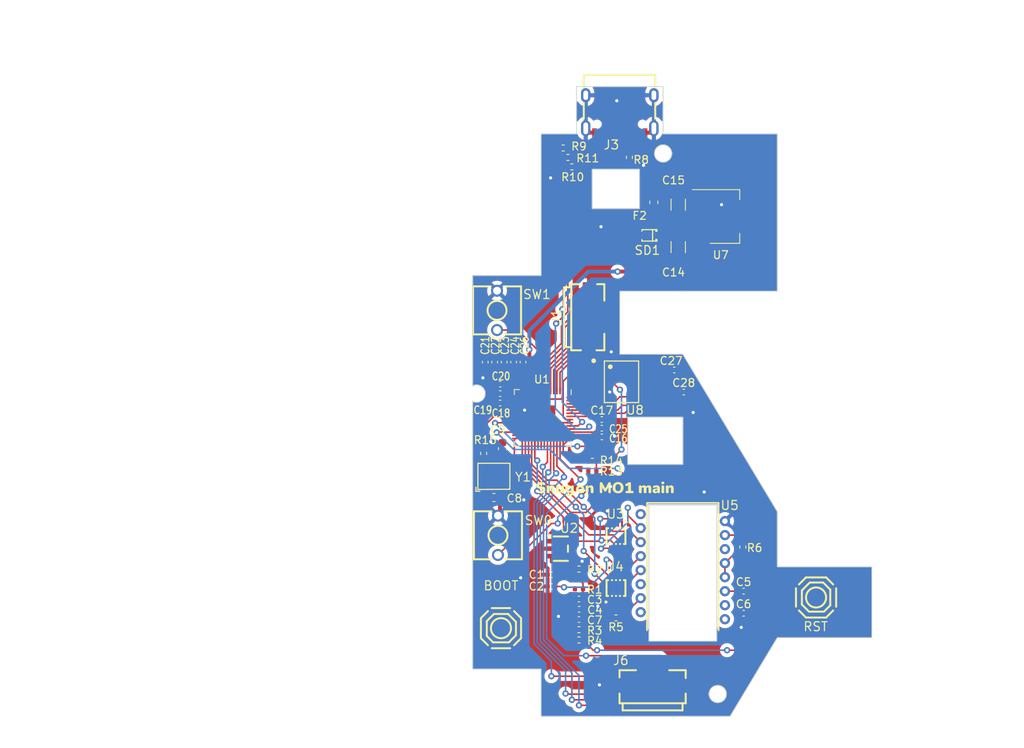
<source format=kicad_pcb>
(kicad_pcb (version 20221018) (generator pcbnew)
  (layers (0 "F.Cu" signal) (31 "B.Cu" signal) (34 "B.Paste" user) (35 "F.Paste" user) (36 "B.SilkS" user "B.Silkscreen") (37 "F.SilkS" user "F.Silkscreen") (38 "B.Mask" user) (39 "F.Mask" user) (44 "Edge.Cuts" user))
  (net 0 "")
  (net 1 "GND")
  (net 2 "RE0B")
  (net 3 "RE0A")
  (net 4 "NCS")
  (net 5 "MOSI")
  (net 6 "MISO")
  (net 7 "SCLK")
  (net 8 "RESET")
  (net 9 "Net-(U2-FB)")
  (net 10 "Net-(U2-OUT)")
  (net 11 "NCS1.9V")
  (net 12 "SCLK1.9V")
  (net 13 "MISO1.9V")
  (net 14 "MOSI1.9V")
  (net 15 "Net-(U5-VDDPIX)")
  (net 16 "Net-(U5-~{RESET})")
  (net 18 "Net-(U5-LED_P)")
  (net 19 "SW8")
  (net 20 "SW6")
  (net 21 "SW5")
  (net 22 "SW7")
  (net 23 "SW4")
  (net 24 "SW3")
  (net 25 "SW2")
  (net 26 "SW1")
  (net 27 "SW0")
  (net 28 "SW9")
  (net 29 "SW10")
  (net 30 "SW11")
  (net 31 "D-")
  (net 32 "D+")
  (net 33 "Net-(J3-CC1)")
  (net 34 "Net-(J3-CC2)")
  (net 35 "VBUS")
  (net 36 "Net-(C9-Pad1)")
  (net 37 "Net-(U1-XOUT)")
  (net 39 "Net-(J3-D--Pad5)")
  (net 40 "Net-(J3-D+-Pad6)")
  (net 44 "+3V3")
  (net 45 "QSPI_SS")
  (net 46 "USB_BOOT")
  (net 47 "+5V")
  (net 50 "Net-(U1-XIN)")
  (net 51 "+1V1")
  (net 58 "QSPI_SD3")
  (net 59 "QSPI_SCLK")
  (net 60 "QSPI_SD0")
  (net 61 "QSPI_SD2")
  (net 62 "QSPI_SD1")
  (net 63 "Net-(SD1-A)")
  (footprint "Resistor_SMD:R_0402_1005Metric" (layer "F.Cu") (at 111.4 103.6 90)
    (fp_text reference "R15")
    (fp_text value "1k")
  )
  (footprint "Capacitor_SMD:C_0603_1608Metric" (layer "F.Cu") (at 113.8 103 90)
    (fp_text reference "C9")
    (fp_text value "30pF")
  )
  (footprint "0:FFCｺﾈｸﾀ_FPC-SMD_P0.50-8P_FGS-XJ-H2.0" (layer "F.Cu") (at 132.85 131.74 180)
    (fp_text reference "J6")
    (fp_text value "Conn_01x8_Pin + 2" hide)
  )
  (footprint "0:TPS73601DBVR C59200" (layer "F.Cu") (at 121.2 115.7 180)
    (fp_text reference "U2")
    (fp_text value "TPS73601DBV" hide)
  )
  (footprint "Capacitor_SMD:C_0402_1005Metric" (layer "F.Cu") (at 144.4 121.1)
    (fp_text reference "C5")
    (fp_text value "10uF")
  )
  (footprint "Capacitor_SMD:C_0402_1005Metric" (layer "F.Cu") (at 116.4 92 90)
    (fp_text reference "C26")
    (fp_text value "2.2uF")
  )
  (footprint "Logos:Snugon MO1 main" (layer "F.Cu") (at 126.81141 108.3725)
    (fp_text reference "G***" hide)
    (fp_text value "LOGO" hide)
  )
  (footprint "0:SW-SMD_4P-L5.1-W5.1-P3.70-LS6.5-TL-2" (layer "F.Cu") (at 113.6 125.8 90)
    (fp_text reference "BOOT")
    (fp_text value "BOOT" hide)
  )
  (footprint "Capacitor_SMD:C_0603_1608Metric" (layer "F.Cu") (at 112.7 109.2)
    (fp_text reference "C8")
    (fp_text value "30pF")
  )
  (footprint "Resistor_SMD:R_0402_1005Metric" (layer "F.Cu") (at 123.5 127.3 180)
    (fp_text reference "R4")
    (fp_text value "10k")
  )
  (footprint "Capacitor_SMD:C_0402_1005Metric" (layer "F.Cu") (at 111.6 92 90)
    (fp_text reference "C21")
    (fp_text value "100nF")
  )
  (footprint "Package_TO_SOT_SMD:SOT-223" (layer "F.Cu") (at 142 73.5)
    (fp_text reference "U7")
    (fp_text value "NCP1117-3.3_SOT223")
  )
  (footprint "Resistor_SMD:R_0402_1005Metric" (layer "F.Cu") (at 122.1 66)
    (fp_text reference "R11")
    (fp_text value "27")
  )
  (footprint "Capacitor_SMD:C_0402_1005Metric" (layer "F.Cu") (at 113.5 97.2 180)
    (fp_text reference "C18")
    (fp_text value "100nF")
  )
  (footprint "Capacitor_SMD:C_0402_1005Metric" (layer "F.Cu") (at 114 92 90)
    (fp_text reference "C23")
    (fp_text value "100nF")
  )
  (footprint "Capacitor_SMD:C_0402_1005Metric" (layer "F.Cu") (at 123.5 122.1 180)
    (fp_text reference "C3")
    (fp_text value "100nF")
  )
  (footprint "Resistor_SMD:R_0402_1005Metric" (layer "F.Cu") (at 121.5 64.8)
    (fp_text reference "R9")
    (fp_text value "5.1k")
  )
  (footprint "Resistor_SMD:R_0402_1005Metric" (layer "F.Cu") (at 123.5 118.3)
    (fp_text reference "R2")
    (fp_text value "63.4k")
  )
  (footprint "PMW3360DM-T2QU:PMW3360" (layer "F.Cu") (at 136.683 117.985 180)
    (fp_text reference "U5")
    (fp_text value "PMW3360DM-T2QU" hide)
    (fp_line (start -4.445 -7.9375) (end 4.445 -7.9375) (stroke (width 0.01)) (layer "Edge.Cuts"))
    (fp_line (start -4.445 7.9375) (end -4.445 -7.9375) (stroke (width 0.01)) (layer "Edge.Cuts"))
    (fp_line (start 4.445 -7.9375) (end 4.445 7.9375) (stroke (width 0.01)) (layer "Edge.Cuts"))
    (fp_line (start 4.445 7.9375) (end -4.445 7.9375) (stroke (width 0.01)) (layer "Edge.Cuts"))
  )
  (footprint "Resistor_SMD:R_0402_1005Metric" (layer "F.Cu") (at 128.2 124.5 180)
    (fp_text reference "R5")
    (fp_text value "39")
  )
  (footprint "Capacitor_SMD:C_0402_1005Metric" (layer "F.Cu") (at 126.4 99.3)
    (fp_text reference "C17")
    (fp_text value "100nF")
  )
  (footprint "Resistor_SMD:R_0402_1005Metric" (layer "F.Cu") (at 125.2 104.6)
    (fp_text reference "R14")
    (fp_text value "10k")
  )
  (footprint "Capacitor_SMD:C_0402_1005Metric" (layer "F.Cu") (at 115.2 92 90)
    (fp_text reference "C24")
    (fp_text value "100nF")
  )
  (footprint "Capacitor_SMD:C_0402_1005Metric" (layer "F.Cu") (at 126.4 101.5)
    (fp_text reference "C25")
    (fp_text value "2.2uF")
  )
  (footprint "Resistor_SMD:R_0402_1005Metric" (layer "F.Cu") (at 144.3 115.5 90)
    (fp_text reference "R6")
    (fp_text value "10k")
  )
  (footprint "Resistor_SMD:R_0402_1005Metric" (layer "F.Cu") (at 122.6 67.2)
    (fp_text reference "R10")
    (fp_text value "27")
  )
  (footprint "Capacitor_SMD:C_0402_1005Metric" (layer "F.Cu") (at 123.5 124.7 180)
    (fp_text reference "C7")
    (fp_text value "100nF")
  )
  (footprint "Capacitor_SMD:C_1206_3216Metric" (layer "F.Cu") (at 136.1 77.4 -90)
    (fp_text reference "C14")
    (fp_text value "10uF")
  )
  (footprint "Capacitor_SMD:C_0402_1005Metric" (layer "F.Cu") (at 126.4 100.4)
    (fp_text reference "C16")
    (fp_text value "100nF")
  )
  (footprint "0:SW-TH_L6.2-W6.2-P5.00" (layer "F.Cu") (at 113.217 114 -90)
    (fp_text reference "SW0")
    (fp_text value "SW_PUSH" hide)
  )
  (footprint "Resistor_SMD:R_0402_1005Metric" (layer "F.Cu") (at 125.2 105.8)
    (fp_text reference "R13")
    (fp_text value "1k")
  )
  (footprint "0:TXS0102DCUR C53434" (layer "F.Cu") (at 128.2 114.1 180)
    (fp_text reference "U3")
    (fp_text value "TXS0102DCU" hide)
  )
  (footprint "Capacitor_SMD:C_1206_3216Metric" (layer "F.Cu") (at 136.1 72 90)
    (fp_text reference "C15")
    (fp_text value "10uF")
  )
  (footprint "Capacitor_SMD:C_0402_1005Metric" (layer "F.Cu") (at 135.6 93)
    (fp_text reference "C27")
    (fp_text value "100nF")
  )
  (footprint "Capacitor_SMD:C_0402_1005Metric" (layer "F.Cu") (at 123.52 123.4 180)
    (fp_text reference "C4")
    (fp_text value "10uF")
  )
  (footprint "0:X322512MSB4SI_C9002" (layer "F.Cu") (at 112.7 106.5)
    (fp_text reference "Y1" hide)
    (fp_text value "Y1")
  )
  (footprint "Capacitor_SMD:C_0402_1005Metric" (layer "F.Cu") (at 120 119 180)
    (fp_text reference "C1")
    (fp_text value "10uF")
  )
  (footprint "Fuse:Fuse_0603_1608Metric" (layer "F.Cu") (at 133 71.7 -90)
    (fp_text reference "F2")
    (fp_text value "Fuse")
  )
  (footprint "Resistor_SMD:R_0402_1005Metric" (layer "F.Cu") (at 129.9 66 90)
    (fp_text reference "R8")
    (fp_text value "5.1k")
  )
  (footprint "Capacitor_SMD:C_0402_1005Metric" (layer "F.Cu") (at 113.5 96 180)
    (fp_text reference "C19")
    (fp_text value "100nF")
  )
  (footprint "0:USB-C-SMD_TYPE-C-6PIN-2MD-073" (layer "F.Cu") (at 128.683 60.475 180)
    (fp_text reference "J3")
    (fp_text value "USB_C_Receptacle_USB2.0" hide)
  )
  (footprint "Capacitor_SMD:C_0402_1005Metric" (layer "F.Cu") (at 113.5 94.8 180)
    (fp_text reference "C20")
    (fp_text value "100nF")
  )
  (footprint "0:SW-TH_L6.2-W6.2-P5.00" (layer "F.Cu") (at 113.1 85.428 -90)
    (fp_text reference "SW1")
    (fp_text value "SW_PUSH" hide)
  )
  (footprint "Capacitor_SMD:C_0402_1005Metric" (layer "F.Cu") (at 112.8 92 90)
    (fp_text reference "C22")
    (fp_text value "100nF")
  )
  (footprint "0:SW-SMD_4P-L5.1-W5.1-P3.70-LS6.5-TL-2" (layer "F.Cu") (at 153.6 121.9 180)
    (fp_text reference "RST")
    (fp_text value "RESET" hide)
  )
  (footprint "Package_DFN_QFN:QFN-56-1EP_7x7mm_P0.4mm_EP3.2x3.2mm" (layer "F.Cu") (at 118.9 99.1 -90)
    (fp_text reference "U1")
    (fp_text value "RP2040")
  )
  (footprint "Capacitor_SMD:C_0402_1005Metric" (layer "F.Cu") (at 144.4 123.9)
    (fp_text reference "C6")
    (fp_text value "100nF")
  )
  (footprint "Capacitor_SMD:C_0402_1005Metric" (layer "F.Cu") (at 120 120.5 180)
    (fp_text reference "C2")
    (fp_text value "100nF")
  )
  (footprint "Capacitor_SMD:C_0402_1005Metric" (layer "F.Cu") (at 136.8 95.8)
    (fp_text reference "C28")
    (fp_text value "2.2uF")
  )
  (footprint "0:1N5819WS_C191023" (layer "F.Cu") (at 132.4 75.9 180)
    (fp_text reference "SD1" hide)
    (fp_text value "SD1")
  )
  (footprint "Resistor_SMD:R_0402_1005Metric" (layer "F.Cu") (at 123.5 126 180)
    (fp_text reference "R3")
    (fp_text value "10k")
  )
  (footprint "0:W25Q128JVSIQ_C97521" (layer "F.Cu") (at 128.9 94.5 -90)
    (fp_text reference "U8" hide)
    (fp_text value "U8")
  )
  (footprint "0:FFCｺﾈｸﾀ_FPC-SMD_P0.50-8P_FGS-XJ-H2.0" (layer "F.Cu") (at 126.1185 86.3 90)
    (fp_text reference "J1")
    (fp_text value "Conn_01x8_Pin + 2" hide)
  )
  (footprint "0:TXS0102DCUR C53434" (layer "F.Cu") (at 128.2 120.7)
    (fp_text reference "U4")
    (fp_text value "TXS0102DCU" hide)
  )
  (footprint "Resistor_SMD:R_0402_1005Metric" (layer "F.Cu") (at 123.5 120.8 180)
    (fp_text reference "R1")
    (fp_text value "37.4k")
  )
  (gr_line (start 123.183 57) (end 134.183 57) (stroke (width 0.1)) (layer "Edge.Cuts"))
  (gr_line (start 125.183 72.5) (end 125.183 67.5) (stroke (width 0.1)) (layer "Edge.Cuts"))
  (gr_line (start 128.683 91) (end 136.683 91) (stroke (width 0.1)) (layer "Edge.Cuts"))
  (gr_line (start 131.183 67.5) (end 131.183 72.5) (stroke (width 0.1)) (layer "Edge.Cuts"))
  (gr_line (start 148.683 118) (end 160.683 118) (stroke (width 0.1)) (layer "Edge.Cuts"))
  (gr_line (start 136.683 83) (end 128.683 83) (stroke (width 0.1)) (layer "Edge.Cuts"))
  (gr_arc (start 110 95.020001) (mid 111.600181 96) (end 110 96.979999) (stroke (width 0.1)) (layer "Edge.Cuts"))
  (gr_line (start 125.183 72.5) (end 131.183 72.5) (stroke (width 0.1)) (layer "Edge.Cuts"))
  (gr_line (start 123.183 63) (end 123.183 57) (stroke (width 0.1)) (layer "Edge.Cuts"))
  (gr_line (start 110 81) (end 110 95.02) (stroke (width 0.1)) (layer "Edge.Cuts"))
  (gr_line (start 118.683 137) (end 118.683 131) (stroke (width 0.1)) (layer "Edge.Cuts"))
  (gr_line (start 129.683 99) (end 136.683 99) (stroke (width 0.1)) (layer "Edge.Cuts"))
  (gr_line (start 132.383 127.44) (end 132.383 110.18) (stroke (width 0.1)) (layer "Edge.Cuts"))
  (gr_line (start 110 119) (end 110 131) (stroke (width 0.1)) (layer "Edge.Cuts"))
  (gr_line (start 148.683 127) (end 160.683 127) (stroke (width 0.1)) (layer "Edge.Cuts"))
  (gr_circle (center 134.183 65.5) (end 135.283 65.5) (stroke (width 0.1)) (fill none) (layer "Edge.Cuts"))
  (gr_line (start 148.683 63) (end 148.683 83) (stroke (width 0.1)) (layer "Edge.Cuts"))
  (gr_line (start 148.683 127) (end 142.683 137) (stroke (width 0.1)) (layer "Edge.Cuts"))
  (gr_line (start 136.683 83) (end 148.683 83) (stroke (width 0.1)) (layer "Edge.Cuts"))
  (gr_line (start 136.683 91) (end 148.683 111) (stroke (width 0.1)) (layer "Edge.Cuts"))
  (gr_line (start 140.983 110.18) (end 140.983 127.44) (stroke (width 0.1)) (layer "Edge.Cuts"))
  (gr_circle (center 141.116 134.163) (end 142.216 134.163) (stroke (width 0.1)) (fill none) (layer "Edge.Cuts"))
  (gr_line (start 132.383 127.44) (end 140.983 127.44) (stroke (width 0.1)) (layer "Edge.Cuts"))
  (gr_line (start 118.683 81) (end 118.683 63) (stroke (width 0.1)) (layer "Edge.Cuts"))
  (gr_line (start 134.183 63) (end 136.683 63) (stroke (width 0.1)) (layer "Edge.Cuts"))
  (gr_line (start 148.683 111) (end 148.683 118) (stroke (width 0.1)) (layer "Edge.Cuts"))
  (gr_line (start 128.683 83) (end 128.683 91) (stroke (width 0.1)) (layer "Edge.Cuts"))
  (gr_line (start 136.683 105) (end 129.683 105) (stroke (width 0.1)) (layer "Edge.Cuts"))
  (gr_line (start 132.383 110.18) (end 140.983 110.18) (stroke (width 0.1)) (layer "Edge.Cuts"))
  (gr_line (start 134.183 57) (end 134.183 63) (stroke (width 0.1)) (layer "Edge.Cuts"))
  (gr_line (start 110 131) (end 118.683 131) (stroke (width 0.1)) (layer "Edge.Cuts"))
  (gr_line (start 118.683 137) (end 142.683 137) (stroke (width 0.1)) (layer "Edge.Cuts"))
  (gr_line (start 136.683 99) (end 136.683 105) (stroke (width 0.1)) (layer "Edge.Cuts"))
  (gr_line (start 110 81) (end 118.683 81) (stroke (width 0.1)) (layer "Edge.Cuts"))
  (gr_line (start 136.683 63) (end 148.683 63) (stroke (width 0.1)) (layer "Edge.Cuts"))
  (gr_line (start 110 119) (end 110 96.98) (stroke (width 0.1)) (layer "Edge.Cuts"))
  (gr_line (start 118.683 63) (end 123.183 63) (stroke (width 0.1)) (layer "Edge.Cuts"))
  (gr_line (start 160.683 118) (end 160.683 127) (stroke (width 0.1)) (layer "Edge.Cuts"))
  (gr_line (start 125.183 67.5) (end 131.183 67.5) (stroke (width 0.1)) (layer "Edge.Cuts"))
  (gr_line (start 129.683 105) (end 129.683 99) (stroke (width 0.1)) (layer "Edge.Cuts"))
  (segment (start 127.763 123) (end 125.9 123) (width 0.2) (layer "F.Cu") (net 1))
  (segment (start 129.4 133.08) (end 126.18 133.08) (width 0.5) (layer "F.Cu") (net 1))
  (segment (start 124.908 62.85) (end 124.358 62.3) (width 0.5) (layer "F.Cu") (net 1))
  (segment (start 128.454 112.55) (end 128.454 111.925314) (width 0.2) (layer "F.Cu") (net 1))
  (segment (start 127.946 122.25) (end 127.946 122.817) (width 0.2) (layer "F.Cu") (net 1))
  (segment (start 125.483 62.85) (end 124.908 62.85) (width 0.5) (layer "F.Cu") (net 1))
  (segment (start 113.8 108.875) (end 113.475 109.2) (width 0.5) (layer "F.Cu") (net 1))
  (segment (start 127.946 122.817) (end 127.763 123) (width 0.2) (layer "F.Cu") (net 1))
  (segment (start 118.9 115.7) (end 116.1 118.5) (width 0.5) (layer "F.Cu") (net 1))
  (segment (start 112.425 102.225) (end 112.3 102.1) (width 0.2) (layer "F.Cu") (net 1))
  (segment (start 131.883 62.85) (end 132.458 62.85) (width 0.5) (layer "F.Cu") (net 1))
  (segment (start 113.8 102.225) (end 112.425 102.225) (width 0.2) (layer "F.Cu") (net 1))
  (segment (start 123.9 117.3) (end 123.9 118.19) (width 0.5) (layer "F.Cu") (net 1))
  (segment (start 113.8 107.375) (end 113.8 108.875) (width 0.5) (layer "F.Cu") (net 1))
  (segment (start 116.1 118.5) (end 116.1 119.4) (width 0.5) (layer "F.Cu") (net 1))
  (segment (start 113.575 107.375) (end 111.825 105.625) (width 0.5) (layer "F.Cu") (net 1))
  (segment (start 127.6 88.1915) (end 127.6 90.7) (width 0.5) (layer "F.Cu") (net 1))
  (segment (start 123.9 118.19) (end 124.01 118.3) (width 0.5) (layer "F.Cu") (net 1))
  (segment (start 113.8 107.375) (end 113.575 107.375) (width 0.5) (layer "F.Cu") (net 1))
  (segment (start 136.3 133.08) (end 134.702 131.482) (width 0.5) (layer "F.Cu") (net 1))
  (segment (start 116.4 91.52) (end 111.6 91.52) (width 0.5) (layer "F.Cu") (net 1))
  (segment (start 127.428686 110.9) (end 127.1 110.9) (width 0.2) (layer "F.Cu") (net 1))
  (segment (start 117.9 98.1) (end 116.6 98.1) (width 0.2) (layer "F.Cu") (net 1))
  (segment (start 126.795 96.405) (end 127.4 95.8) (width 0.5) (layer "F.Cu") (net 1))
  (segment (start 113.92 98.1) (end 113.02 97.2) (width 0.2) (layer "F.Cu") (net 1))
  (segment (start 115.4625 98.1) (end 113.92 98.1) (width 0.2) (layer "F.Cu") (net 1))
  (segment (start 132.458 62.85) (end 133.008 62.3) (width 0.5) (layer "F.Cu") (net 1))
  (segment (start 126.3765 88.152) (end 127.5605 88.152) (width 0.5) (layer "F.Cu") (net 1))
  (segment (start 126.18 133.08) (end 126.1 133) (width 0.5) (layer "F.Cu") (net 1))
  (segment (start 116.6 98.1) (end 115.4625 98.1) (width 0.2) (layer "F.Cu") (net 1))
  (segment (start 113.475 109.2) (end 113.475 111.242) (width 0.5) (layer "F.Cu") (net 1))
  (segment (start 111.825 105.625) (end 111.6 105.625) (width 0.5) (layer "F.Cu") (net 1))
  (segment (start 127.5605 88.152) (end 127.6 88.1915) (width 0.5) (layer "F.Cu") (net 1))
  (segment (start 128.454 111.925314) (end 127.428686 110.9) (width 0.2) (layer "F.Cu") (net 1))
  (segment (start 118.9 99.1) (end 117.9 98.1) (width 0.2) (layer "F.Cu") (net 1))
  (segment (start 134.702 131.482) (end 134.702 130.4) (width 0.5) (layer "F.Cu") (net 1))
  (segment (start 119.9 115.7) (end 118.9 115.7) (width 0.5) (layer "F.Cu") (net 1))
  (segment (start 113.475 111.242) (end 113.217 111.5) (width 0.5) (layer "F.Cu") (net 1))
  (segment (start 124.7785 89.75) (end 126.3765 88.152) (width 0.5) (layer "F.Cu") (net 1))
  (segment (start 125.37 96.405) (end 126.795 96.405) (width 0.5) (layer "F.Cu") (net 1))
  (via (at 116.1 119.4) (size 0.8) (drill 0.4) (layers "F.Cu" "B.Cu") (net 1))
  (via (at 119.9 68.6) (size 0.8) (drill 0.4) (layers "F.Cu" "B.Cu") (net 1))
  (via (at 120.9 124.3) (size 0.8) (drill 0.4) (layers "F.Cu" "B.Cu") (net 1))
  (via (at 144.1 125.7) (size 0.8) (drill 0.4) (layers "F.Cu" "B.Cu") (net 1))
  (via (at 123.9 117.3) (size 0.8) (drill 0.4) (layers "F.Cu" "B.Cu") (net 1))
  (via (at 128 101.4) (size 0.8) (drill 0.4) (layers "F.Cu" "B.Cu") (net 1))
  (via (at 128.3 58.8) (size 0.8) (drill 0.4) (layers "F.Cu" "B.Cu") (net 1))
  (via (at 126.3 74.8) (size 0.8) (drill 0.4) (layers "F.Cu" "B.Cu") (net 1))
  (via (at 127.1 110.9) (size 0.8) (drill 0.4) (layers "F.Cu" "B.Cu") (net 1))
  (via (at 111.3 94) (size 0.8) (drill 0.4) (layers "F.Cu" "B.Cu") (net 1))
  (via (at 138 98.4) (size 0.8) (drill 0.4) (layers "F.Cu" "B.Cu") (net 1))
  (via (at 112.3 102.1) (size 0.8) (drill 0.4) (layers "F.Cu" "B.Cu") (net 1))
  (via (at 139.4 108.5) (size 0.8) (drill 0.4) (layers "F.Cu" "B.Cu") (net 1))
  (via (at 125.9 123) (size 0.8) (drill 0.4) (layers "F.Cu" "B.Cu") (net 1))
  (via (at 127.6 90.7) (size 0.8) (drill 0.4) (layers "F.Cu" "B.Cu") (net 1))
  (via (at 126.1 133) (size 0.8) (drill 0.4) (layers "F.Cu" "B.Cu") (net 1))
  (via (at 131.7 67) (size 0.8) (drill 0.4) (layers "F.Cu" "B.Cu") (net 1))
  (via (at 116.6 98.1) (size 0.8) (drill 0.4) (layers "F.Cu" "B.Cu") (net 1))
  (via (at 127.4 95.8) (size 0.8) (drill 0.4) (layers "F.Cu" "B.Cu") (net 1))
  (via (at 127.5 107.8) (size 0.8) (drill 0.4) (layers "F.Cu" "B.Cu") (net 1))
  (via (at 116.5 109.5) (size 0.8) (drill 0.4) (layers "F.Cu" "B.Cu") (net 1))
  (via (at 141.6 72) (size 0.8) (drill 0.4) (layers "F.Cu" "B.Cu") (net 1))
  (segment (start 127.4 95.8) (end 127.4 90.9) (width 0.5) (layer "B.Cu") (net 1))
  (segment (start 127.4 95.8) (end 128 96.4) (width 0.5) (layer "B.Cu") (net 1))
  (segment (start 127.6 90.7) (end 127.5 90.8) (width 0.5) (layer "B.Cu") (net 1))
  (segment (start 128 101.4) (end 128 101.3) (width 0.5) (layer "B.Cu") (net 1))
  (segment (start 127.4 90.9) (end 127.6 90.7) (width 0.5) (layer "B.Cu") (net 1))
  (segment (start 128 96.4) (end 128 101.4) (width 0.5) (layer "B.Cu") (net 1))
  (segment (start 124.5765 87.552) (end 127.4565 87.552) (width 0.2) (layer "F.Cu") (net 2))
  (segment (start 123.6785 88.45) (end 124.5765 87.552) (width 0.2) (layer "F.Cu") (net 2))
  (segment (start 121.1 93.3) (end 123.6785 90.7215) (width 0.2) (layer "F.Cu") (net 2))
  (segment (start 121.1 95.6625) (end 121.1 93.3) (width 0.2) (layer "F.Cu") (net 2))
  (segment (start 123.6785 90.7215) (end 123.6785 88.45) (width 0.2) (layer "F.Cu") (net 2))
  (segment (start 123.2785 90.555814) (end 123.2785 88.284314) (width 0.2) (layer "F.Cu") (net 3))
  (segment (start 124.512814 87.05) (end 127.4585 87.05) (width 0.2) (layer "F.Cu") (net 3))
  (segment (start 123.2785 88.284314) (end 124.512814 87.05) (width 0.2) (layer "F.Cu") (net 3))
  (segment (start 120.7 95.6625) (end 120.7 93.134314) (width 0.2) (layer "F.Cu") (net 3))
  (segment (start 120.7 93.134314) (end 123.2785 90.555814) (width 0.2) (layer "F.Cu") (net 3))
  (segment (start 120.7 107) (end 119.5 107) (width 0.2) (layer "F.Cu") (net 4))
  (segment (start 124.1 110.4) (end 120.7 107) (width 0.2) (layer "F.Cu") (net 4))
  (segment (start 127.438 120.838) (end 125.5 118.9) (width 0.2) (layer "F.Cu") (net 4))
  (segment (start 119.5 107) (end 117.5 105) (width 0.2) (layer "F.Cu") (net 4))
  (segment (start 117.5 105) (end 117.5 102.5375) (width 0.2) (layer "F.Cu") (net 4))
  (segment (start 127.438 122.25) (end 127.438 120.838) (width 0.2) (layer "F.Cu") (net 4))
  (via (at 125.5 118.9) (size 0.8) (drill 0.4) (layers "F.Cu" "B.Cu") (net 4))
  (via (at 124.1 110.4) (size 0.8) (drill 0.4) (layers "F.Cu" "B.Cu") (net 4))
  (segment (start 124.1 110.4) (end 125.5 111.8) (width 0.2) (layer "B.Cu") (net 4))
  (segment (start 125.5 111.8) (end 125.5 118.9) (width 0.2) (layer "B.Cu") (net 4))
  (segment (start 124.38995 111.1) (end 125.48995 110) (width 0.2) (layer "F.Cu") (net 5))
  (segment (start 128.962 111.662) (end 128.962 112.55) (width 0.2) (layer "F.Cu") (net 5))
  (segment (start 122.465686 111.1) (end 124.38995 111.1) (width 0.2) (layer "F.Cu") (net 5))
  (segment (start 116.7 105.334314) (end 122.465686 111.1) (width 0.2) (layer "F.Cu") (net 5))
  (segment (start 125.48995 110) (end 127.3 110) (width 0.2) (layer "F.Cu") (net 5))
  (segment (start 127.3 110) (end 128.962 111.662) (width 0.2) (layer "F.Cu") (net 5))
  (segment (start 116.7 102.5375) (end 116.7 105.334314) (width 0.2) (layer "F.Cu") (net 5))
  (segment (start 119.631372 107.7) (end 117.1 105.168628) (width 0.2) (layer "F.Cu") (net 6))
  (segment (start 127.25 119.15) (end 124.1 116) (width 0.2) (layer "F.Cu") (net 6))
  (segment (start 127.438 119.15) (end 127.25 119.15) (width 0.2) (layer "F.Cu") (net 6))
  (segment (start 120.3995 107.7) (end 119.631372 107.7) (width 0.2) (layer "F.Cu") (net 6))
  (segment (start 117.1 105.168628) (end 117.1 102.5375) (width 0.2) (layer "F.Cu") (net 6))
  (segment (start 123.1 110.4005) (end 120.3995 107.7) (width 0.2) (layer "F.Cu") (net 6))
  (via (at 124.1 116) (size 0.8) (drill 0.4) (layers "F.Cu" "B.Cu") (net 6))
  (via (at 123.1 110.4005) (size 0.8) (drill 0.4) (layers "F.Cu" "B.Cu") (net 6))
  (segment (start 124.1 111.4005) (end 124.1 116) (width 0.2) (layer "B.Cu") (net 6))
  (segment (start 123.1 110.4005) (end 124.1 111.4005) (width 0.2) (layer "B.Cu") (net 6))
  (segment (start 128.962 115.083) (end 128.962 115.65) (width 0.2) (layer "F.Cu") (net 7))
  (segment (start 124.746218 113.946218) (end 127.825218 113.946218) (width 0.2) (layer "F.Cu") (net 7))
  (segment (start 127.825218 113.946218) (end 128.962 115.083) (width 0.2) (layer "F.Cu") (net 7))
  (segment (start 116.3 105.5) (end 124.746218 113.946218) (width 0.2) (layer "F.Cu") (net 7))
  (segment (start 116.3 102.5375) (end 116.3 105.5) (width 0.2) (layer "F.Cu") (net 7))
  (segment (start 129.9 107) (end 128.4 105.5) (width 0.2) (layer "F.Cu") (net 8))
  (segment (start 142.5 107) (end 129.9 107) (width 0.2) (layer "F.Cu") (net 8))
  (segment (start 150.3 123.75) (end 147.7 121.15) (width 0.2) (layer "F.Cu") (net 8))
  (segment (start 113.1 100.9) (end 115.4625 100.9) (width 0.2) (layer "F.Cu") (net 8))
  (segment (start 147.7 117.9) (end 147.7 112.2) (width 0.2) (layer "F.Cu") (net 8))
  (segment (start 147.7 112.2) (end 142.5 107) (width 0.2) (layer "F.Cu") (net 8))
  (segment (start 113.055378 100.944622) (end 113.1 100.9) (width 0.2) (layer "F.Cu") (net 8))
  (segment (start 147.7 121.15) (end 147.7 117.9) (width 0.2) (layer "F.Cu") (net 8))
  (via (at 113.055378 100.944622) (size 0.8) (drill 0.4) (layers "F.Cu" "B.Cu") (net 8))
  (via (at 128.4 105.5) (size 0.8) (drill 0.4) (layers "F.Cu" "B.Cu") (net 8))
  (segment (start 119.8 103.1) (end 122.2 105.5) (width 0.2) (layer "B.Cu") (net 8))
  (segment (start 115.210756 103.1) (end 119.8 103.1) (width 0.2) (layer "B.Cu") (net 8))
  (segment (start 122.2 105.5) (end 128.4 105.5) (width 0.2) (layer "B.Cu") (net 8))
  (segment (start 113.055378 100.944622) (end 115.210756 103.1) (width 0.2) (layer "B.Cu") (net 8))
  (segment (start 122.99 117.14) (end 122.5 116.65) (width 0.2) (layer "F.Cu") (net 9))
  (segment (start 122.99 118.3) (end 122.99 117.14) (width 0.2) (layer "F.Cu") (net 9))
  (segment (start 124.01 127.3) (end 125.31 128.6) (width 0.2) (layer "F.Cu") (net 10))
  (segment (start 142.3 128.6) (end 143.3 128.6) (width 0.2) (layer "F.Cu") (net 10))
  (segment (start 121.6 118.5) (end 121.6 115.65) (width 0.2) (layer "F.Cu") (net 10))
  (segment (start 123.98 124.7) (end 123.98 123.42) (width 0.2) (layer "F.Cu") (net 10))
  (segment (start 124.01 122.07) (end 123.98 122.1) (width 0.2) (layer "F.Cu") (net 10))
  (segment (start 127.863 111.9) (end 127.946 111.983) (width 0.2) (layer "F.Cu") (net 10))
  (segment (start 124.01 120.11) (end 123.6 119.7) (width 0.2) (layer "F.Cu") (net 10))
  (segment (start 128.454 119.15) (end 128.454 122.25) (width 0.2) (layer "F.Cu") (net 10))
  (segment (start 127.946 115.083) (end 127.946 115.65) (width 0.2) (layer "F.Cu") (net 10))
  (segment (start 123.6 119.7) (end 122.8 119.7) (width 0.2) (layer "F.Cu") (net 10))
  (segment (start 143.563 116.01) (end 142.033 117.54) (width 0.2) (layer "F.Cu") (net 10))
  (segment (start 142.033 117.54) (end 142.033 119.32) (width 0.2) (layer "F.Cu") (net 10))
  (segment (start 126.259244 114.75) (end 122.5 114.75) (width 0.2) (layer "F.Cu") (net 10))
  (segment (start 128.454 123.736) (end 128.454 122.25) (width 0.2) (layer "F.Cu") (net 10))
  (segment (start 123.98 123.42) (end 124 123.4) (width 0.2) (layer "F.Cu") (net 10))
  (segment (start 127.69 124.5) (end 124.18 124.5) (width 0.2) (layer "F.Cu") (net 10))
  (segment (start 126.363026 114.646218) (end 126.259244 114.75) (width 0.2) (layer "F.Cu") (net 10))
  (segment (start 127.946 111.983) (end 127.946 112.55) (width 0.2) (layer "F.Cu") (net 10))
  (segment (start 121.6 115.65) (end 122.5 114.75) (width 0.2) (layer "F.Cu") (net 10))
  (segment (start 124.01 120.8) (end 124.01 122.07) (width 0.2) (layer "F.Cu") (net 10))
  (segment (start 124.18 124.5) (end 123.98 124.7) (width 0.2) (layer "F.Cu") (net 10))
  (segment (start 122.8 119.7) (end 121.6 118.5) (width 0.2) (layer "F.Cu") (net 10))
  (segment (start 124 122.12) (end 123.98 122.1) (width 0.2) (layer "F.Cu") (net 10))
  (segment (start 147.1 124.8) (end 147.1 118.81) (width 0.2) (layer "F.Cu") (net 10))
  (segment (start 124 123.4) (end 124 122.12) (width 0.2) (layer "F.Cu") (net 10))
  (segment (start 124.01 120.8) (end 124.01 120.11) (width 0.2) (layer "F.Cu") (net 10))
  (segment (start 126.363026 114.646218) (end 127.509218 114.646218) (width 0.2) (layer "F.Cu") (net 10))
  (segment (start 147.1 118.81) (end 144.3 116.01) (width 0.2) (layer "F.Cu") (net 10))
  (segment (start 127.69 124.5) (end 128.454 123.736) (width 0.2) (layer "F.Cu") (net 10))
  (segment (start 126.2 111.9) (end 127.863 111.9) (width 0.2) (layer "F.Cu") (net 10))
  (segment (start 123.98 124.7) (end 123.98 125.97) (width 0.2) (layer "F.Cu") (net 10))
  (segment (start 125.31 128.6) (end 125.8 128.6) (width 0.2) (layer "F.Cu") (net 10))
  (segment (start 143.3 128.6) (end 147.1 124.8) (width 0.2) (layer "F.Cu") (net 10))
  (segment (start 127.509218 114.646218) (end 127.946 115.083) (width 0.2) (layer "F.Cu") (net 10))
  (segment (start 123.98 125.97) (end 124.01 126) (width 0.2) (layer "F.Cu") (net 10))
  (segment (start 124.01 127.3) (end 124.01 126) (width 0.2) (layer "F.Cu") (net 10))
  (segment (start 144.3 116.01) (end 143.563 116.01) (width 0.2) (layer "F.Cu") (net 10))
  (via (at 142.3 128.6) (size 0.8) (drill 0.4) (layers "F.Cu" "B.Cu") (net 10))
  (via (at 125.8 128.6) (size 0.8) (drill 0.4) (layers "F.Cu" "B.Cu") (net 10))
  (via (at 126.2 111.9) (size 0.8) (drill 0.4) (layers "F.Cu" "B.Cu") (net 10))
  (via (at 126.363026 114.646218) (size 0.8) (drill 0.4) (layers "F.Cu" "B.Cu") (net 10))
  (segment (start 126.2 114.483192) (end 126.363026 114.646218) (width 0.2) (layer "B.Cu") (net 10))
  (segment (start 126.2 111.9) (end 126.2 114.483192) (width 0.2) (layer "B.Cu") (net 10))
  (segment (start 125.8 128.6) (end 142.3 128.6) (width 0.2) (layer "B.Cu") (net 10))
  (segment (start 128.962 122.25) (end 128.962 120.801) (width 0.2) (layer "F.Cu") (net 11))
  (segment (start 128.962 120.801) (end 131.333 118.43) (width 0.2) (layer "F.Cu") (net 11))
  (segment (start 129.7 111.457) (end 131.333 113.09) (width 0.2) (layer "F.Cu") (net 12))
  (segment (start 126.35 115.65) (end 126.3 115.7) (width 0.2) (layer "F.Cu") (net 12))
  (segment (start 129.7 110.5) (end 129.7 111.457) (width 0.2) (layer "F.Cu") (net 12))
  (segment (start 127.438 115.65) (end 126.35 115.65) (width 0.2) (layer "F.Cu") (net 12))
  (via (at 129.7 110.5) (size 0.8) (drill 0.4) (layers "F.Cu" "B.Cu") (net 12))
  (via (at 126.3 115.7) (size 0.8) (drill 0.4) (layers "F.Cu" "B.Cu") (net 12))
  (segment (start 129.7 112.3) (end 129.7 110.5) (width 0.2) (layer "B.Cu") (net 12))
  (segment (start 126.3 115.7) (end 129.7 112.3) (width 0.2) (layer "B.Cu") (net 12))
  (segment (start 128.962 119.15) (end 128.962 119.021) (width 0.2) (layer "F.Cu") (net 13))
  (segment (start 128.962 119.021) (end 131.333 116.65) (width 0.2) (layer "F.Cu") (net 13))
  (segment (start 127.821 113.5) (end 129.963 113.5) (width 0.2) (layer "F.Cu") (net 14))
  (segment (start 129.963 113.5) (end 131.333 114.87) (width 0.2) (layer "F.Cu") (net 14))
  (segment (start 127.438 112.55) (end 127.438 113.117) (width 0.2) (layer "F.Cu") (net 14))
  (segment (start 127.438 113.117) (end 127.821 113.5) (width 0.2) (layer "F.Cu") (net 14))
  (segment (start 143.92 123.9) (end 143.92 121.1) (width 0.2) (layer "F.Cu") (net 15))
  (segment (start 143.92 121.1) (end 142.033 121.1) (width 0.2) (layer "F.Cu") (net 15))
  (segment (start 143.29 113.98) (end 142.033 113.98) (width 0.2) (layer "F.Cu") (net 16))
  (segment (start 144.3 114.99) (end 143.29 113.98) (width 0.2) (layer "F.Cu") (net 16))
  (segment (start 128.823 124.5) (end 128.71 124.5) (width 0.2) (layer "F.Cu") (net 18))
  (segment (start 131.333 121.99) (end 128.823 124.5) (width 0.2) (layer "F.Cu") (net 18))
  (segment (start 120.7 102.5375) (end 120.7 105.234673) (width 0.2) (layer "F.Cu") (net 19))
  (segment (start 121.6 106.134673) (end 121.6 106.6) (width 0.2) (layer "F.Cu") (net 19))
  (segment (start 120.7 105.234673) (end 121.6 106.134673) (width 0.2) (layer "F.Cu") (net 19))
  (segment (start 123.5 135.6) (end 130.411371 135.6) (width 0.2) (layer "F.Cu") (net 19))
  (segment (start 130.411371 135.6) (end 133.6 132.411371) (width 0.2) (layer "F.Cu") (net 19))
  (segment (start 133.6 132.411371) (end 133.6 130.4) (width 0.2) (layer "F.Cu") (net 19))
  (via (at 121.6 106.6) (size 0.8) (drill 0.4) (layers "F.Cu" "B.Cu") (net 19))
  (via (at 123.5 135.6) (size 0.8) (drill 0.4) (layers "F.Cu" "B.Cu") (net 19))
  (segment (start 121 129.3) (end 123.5 131.8) (width 0.2) (layer "B.Cu") (net 19))
  (segment (start 120.105378 109.181629) (end 119 110.287007) (width 0.2) (layer "B.Cu") (net 19))
  (segment (start 119 127.3) (end 121 129.3) (width 0.2) (layer "B.Cu") (net 19))
  (segment (start 120.105378 108.094622) (end 120.105378 109.181629) (width 0.2) (layer "B.Cu") (net 19))
  (segment (start 119 110.287007) (end 119 127.3) (width 0.2) (layer "B.Cu") (net 19))
  (segment (start 123.5 131.8) (end 123.5 135.6) (width 0.2) (layer "B.Cu") (net 19))
  (segment (start 121.6 106.6) (end 120.105378 108.094622) (width 0.2) (layer "B.Cu") (net 19))
  (segment (start 122.8785 88.118628) (end 124.447128 86.55) (width 0.2) (layer "F.Cu") (net 20))
  (segment (start 120.3 95.6625) (end 120.3 92.968628) (width 0.2) (layer "F.Cu") (net 20))
  (segment (start 124.447128 86.55) (end 127.4585 86.55) (width 0.2) (layer "F.Cu") (net 20))
  (segment (start 120.3 92.968628) (end 122.8785 90.390128) (width 0.2) (layer "F.Cu") (net 20))
  (segment (start 122.8785 90.390128) (end 122.8785 88.118628) (width 0.2) (layer "F.Cu") (net 20))
  (segment (start 124.381442 86.05) (end 127.4585 86.05) (width 0.2) (layer "F.Cu") (net 21))
  (segment (start 119.9 95.6625) (end 119.9 92.802942) (width 0.2) (layer "F.Cu") (net 21))
  (segment (start 122.4785 87.952942) (end 124.381442 86.05) (width 0.2) (layer "F.Cu") (net 21))
  (segment (start 122.4785 90.224442) (end 122.4785 87.952942) (width 0.2) (layer "F.Cu") (net 21))
  (segment (start 119.9 92.802942) (end 122.4785 90.224442) (width 0.2) (layer "F.Cu") (net 21))
  (segment (start 134.102 129.502) (end 134.102 130.402) (width 0.2) (layer "F.Cu") (net 22))
  (segment (start 124.4 129.3) (end 133.9 129.3) (width 0.2) (layer "F.Cu") (net 22))
  (segment (start 121.1 104.3) (end 123.7 106.9) (width 0.2) (layer "F.Cu") (net 22))
  (segment (start 121.1 102.5375) (end 121.1 104.3) (width 0.2) (layer "F.Cu") (net 22))
  (segment (start 133.9 129.3) (end 134.102 129.502) (width 0.2) (layer "F.Cu") (net 22))
  (via (at 123.7 106.9) (size 0.8) (drill 0.4) (layers "F.Cu" "B.Cu") (net 22))
  (via (at 124.4 129.3) (size 0.8) (drill 0.4) (layers "F.Cu" "B.Cu") (net 22))
  (segment (start 121.6 129.3) (end 124.4 129.3) (width 0.2) (layer "B.Cu") (net 22))
  (segment (start 119.4 111.2) (end 119.4 113.2) (width 0.2) (layer "B.Cu") (net 22))
  (segment (start 119.4 113.2) (end 119.4 127.1) (width 0.2) (layer "B.Cu") (net 22))
  (segment (start 120.5 128.2) (end 121.6 129.3) (width 0.2) (layer "B.Cu") (net 22))
  (segment (start 123.7 106.9) (end 119.4 111.2) (width 0.2) (layer "B.Cu") (net 22))
  (segment (start 119.4 127.1) (end 120.5 128.2) (width 0.2) (layer "B.Cu") (net 22))
  (segment (start 122.0785 90.058756) (end 122.0785 87.787256) (width 0.2) (layer "F.Cu") (net 23))
  (segment (start 119.5 92.637256) (end 122.0785 90.058756) (width 0.2) (layer "F.Cu") (net 23))
  (segment (start 124.315756 85.55) (end 127.4585 85.55) (width 0.2) (layer "F.Cu") (net 23))
  (segment (start 122.0785 87.787256) (end 124.315756 85.55) (width 0.2) (layer "F.Cu") (net 23))
  (segment (start 119.5 95.6625) (end 119.5 92.637256) (width 0.2) (layer "F.Cu") (net 23))
  (segment (start 119.1 92.4) (end 121.6785 89.8215) (width 0.2) (layer "F.Cu") (net 24))
  (segment (start 119.1 95.6625) (end 119.1 92.4) (width 0.2) (layer "F.Cu") (net 24))
  (segment (start 121.6785 87.62157) (end 124.25007 85.05) (width 0.2) (layer "F.Cu") (net 24))
  (segment (start 124.25007 85.05) (end 127.4585 85.05) (width 0.2) (layer "F.Cu") (net 24))
  (segment (start 121.6785 89.8215) (end 121.6785 87.62157) (width 0.2) (layer "F.Cu") (net 24))
  (segment (start 118.7 95.6625) (end 118.7 92.2) (width 0.2) (layer "F.Cu") (net 25))
  (segment (start 121.2785 87.455884) (end 124.184384 84.55) (width 0.2) (layer "F.Cu") (net 25))
  (segment (start 124.184384 84.55) (end 127.4585 84.55) (width 0.2) (layer "F.Cu") (net 25))
  (segment (start 121.2785 89.6215) (end 121.2785 87.455884) (width 0.2) (layer "F.Cu") (net 25))
  (segment (start 118.7 92.2) (end 121.2785 89.6215) (width 0.2) (layer "F.Cu") (net 25))
  (segment (start 118.3 95.6625) (end 118.3 90.51005) (width 0.2) (layer "F.Cu") (net 26))
  (segment (start 115.71795 87.928) (end 113.1 87.928) (width 0.2) (layer "F.Cu") (net 26))
  (segment (start 118.3 90.51005) (end 115.71795 87.928) (width 0.2) (layer "F.Cu") (net 26))
  (segment (start 115.4625 101.7) (end 115.3 101.8625) (width 0.2) (layer "F.Cu") (net 27))
  (segment (start 115.3 114.417) (end 113.217 116.5) (width 0.2) (layer "F.Cu") (net 27))
  (segment (start 115.3 101.8625) (end 115.3 114.417) (width 0.2) (layer "F.Cu") (net 27))
  (segment (start 133.1 132.345686) (end 133.1 130.4) (width 0.2) (layer "F.Cu") (net 28))
  (segment (start 122.6 134.9) (end 130.545686 134.9) (width 0.2) (layer "F.Cu") (net 28))
  (segment (start 120.598864 106.008905) (end 120.598864 106.123487) (width 0.2) (layer "F.Cu") (net 28))
  (segment (start 120.3 102.5375) (end 120.3 105.710041) (width 0.2) (layer "F.Cu") (net 28))
  (segment (start 130.545686 134.9) (end 133.1 132.345686) (width 0.2) (layer "F.Cu") (net 28))
  (segment (start 120.3 105.710041) (end 120.598864 106.008905) (width 0.2) (layer "F.Cu") (net 28))
  (via (at 120.598864 106.123487) (size 0.8) (drill 0.4) (layers "F.Cu" "B.Cu") (net 28))
  (via (at 122.6 134.9) (size 0.8) (drill 0.4) (layers "F.Cu" "B.Cu") (net 28))
  (segment (start 119.705378 109.015943) (end 119.705378 107.016973) (width 0.2) (layer "B.Cu") (net 28))
  (segment (start 118.6 110.121321) (end 119.705378 109.015943) (width 0.2) (layer "B.Cu") (net 28))
  (segment (start 119.705378 107.016973) (end 120.598864 106.123487) (width 0.2) (layer "B.Cu") (net 28))
  (segment (start 118.6 127.468628) (end 118.6 110.121321) (width 0.2) (layer "B.Cu") (net 28))
  (segment (start 122.6 134.9) (end 122.6 131.468628) (width 0.2) (layer "B.Cu") (net 28))
  (segment (start 122.6 131.468628) (end 118.6 127.468628) (width 0.2) (layer "B.Cu") (net 28))
  (segment (start 132.6 132.28) (end 132.6 130.4) (width 0.2) (layer "F.Cu") (net 29))
  (segment (start 121.8 134.1) (end 121.88 134.18) (width 0.2) (layer "F.Cu") (net 29))
  (segment (start 119.9 102.5375) (end 119.9 105.712511) (width 0.2) (layer "F.Cu") (net 29))
  (segment (start 121.88 134.18) (end 130.7 134.18) (width 0.2) (layer "F.Cu") (net 29))
  (segment (start 130.7 134.18) (end 132.6 132.28) (width 0.2) (layer "F.Cu") (net 29))
  (segment (start 119.9 105.712511) (end 119.60626 106.006251) (width 0.2) (layer "F.Cu") (net 29))
  (via (at 121.8 134.1) (size 0.8) (drill 0.4) (layers "F.Cu" "B.Cu") (net 29))
  (via (at 119.60626 106.006251) (size 0.8) (drill 0.4) (layers "F.Cu" "B.Cu") (net 29))
  (segment (start 118.2 109.955635) (end 119.305378 108.850257) (width 0.2) (layer "B.Cu") (net 29))
  (segment (start 121.8 131.234314) (end 118.2 127.634314) (width 0.2) (layer "B.Cu") (net 29))
  (segment (start 118.2 127.634314) (end 118.2 109.955635) (width 0.2) (layer "B.Cu") (net 29))
  (segment (start 119.305378 106.307133) (end 119.60626 106.006251) (width 0.2) (layer "B.Cu") (net 29))
  (segment (start 121.8 134.1) (end 121.8 131.234314) (width 0.2) (layer "B.Cu") (net 29))
  (segment (start 119.305378 108.850257) (end 119.305378 106.307133) (width 0.2) (layer "B.Cu") (net 29))
  (segment (start 119.5 104.699) (end 118.899 105.3) (width 0.2) (layer "F.Cu") (net 30))
  (segment (start 132.1 131.3) (end 132.1 130.4) (width 0.2) (layer "F.Cu") (net 30))
  (segment (start 119.5 102.5375) (end 119.5 104.699) (width 0.2) (layer "F.Cu") (net 30))
  (segment (start 131.5 131.9) (end 132.1 131.3) (width 0.2) (layer "F.Cu") (net 30))
  (segment (start 120 131.9) (end 131.5 131.9) (width 0.2) (layer "F.Cu") (net 30))
  (via (at 120 131.9) (size 0.8) (drill 0.4) (layers "F.Cu" "B.Cu") (net 30))
  (via (at 118.899 105.3) (size 0.8) (drill 0.4) (layers "F.Cu" "B.Cu") (net 30))
  (segment (start 120 130) (end 117.8 127.8) (width 0.2) (layer "B.Cu") (net 30))
  (segment (start 117.8 127.8) (end 117.8 109.78995) (width 0.2) (layer "B.Cu") (net 30))
  (segment (start 118.905378 108.684572) (end 118.905378 105.306378) (width 0.2) (layer "B.Cu") (net 30))
  (segment (start 117.8 109.78995) (end 118.905378 108.684572) (width 0.2) (layer "B.Cu") (net 30))
  (segment (start 118.905378 105.306378) (end 118.899 105.3) (width 0.2) (layer "B.Cu") (net 30))
  (segment (start 120 131.9) (end 120 130) (width 0.2) (layer "B.Cu") (net 30))
  (segment (start 122.09 85.61) (end 122.09 67.2) (width 0.2) (layer "F.Cu") (net 31))
  (segment (start 120.6 87.1) (end 122.09 85.61) (width 0.2) (layer "F.Cu") (net 31))
  (segment (start 124.8 100.2005) (end 124.5005 100.5) (width 0.2) (layer "F.Cu") (net 31))
  (segment (start 124.5005 100.5) (end 122.3375 100.5) (width 0.2) (layer "F.Cu") (net 31))
  (via (at 124.8 100.2005) (size 0.8) (drill 0.4) (layers "F.Cu" "B.Cu") (net 31))
  (via (at 120.6 87.1) (size 0.8) (drill 0.4) (layers "F.Cu" "B.Cu") (net 31))
  (segment (start 120.5 97.9) (end 123.1 100.5) (width 0.2) (layer "B.Cu") (net 31))
  (segment (start 123.1 100.5) (end 124.5005 100.5) (width 0.2) (layer "B.Cu") (net 31))
  (segment (start 124.5005 100.5) (end 124.8 100.2005) (width 0.2) (layer "B.Cu") (net 31))
  (segment (start 120.5 87.2) (end 120.5 97.9) (width 0.2) (layer "B.Cu") (net 31))
  (segment (start 120.6 87.1) (end 120.5 87.2) (width 0.2) (layer "B.Cu") (net 31))
  (segment (start 121.52 66.07) (end 121.52 85.1705) (width 0.2) (layer "F.Cu") (net 32))
  (segment (start 121.59 66) (end 121.52 66.07) (width 0.2) (layer "F.Cu") (net 32))
  (segment (start 123.3995 100.1) (end 122.3375 100.1) (width 0.2) (layer "F.Cu") (net 32))
  (segment (start 121.52 85.1705) (end 121.3905 85.3) (width 0.2) (layer "F.Cu") (net 32))
  (segment (start 123.9 99.5995) (end 123.3995 100.1) (width 0.2) (layer "F.Cu") (net 32))
  (via (at 123.9 99.5995) (size 0.8) (drill 0.4) (layers "F.Cu" "B.Cu") (net 32))
  (via (at 121.3905 85.3) (size 0.8) (drill 0.4) (layers "F.Cu" "B.Cu") (net 32))
  (segment (start 121.3905 85.3) (end 121.3905 97.09) (width 0.2) (layer "B.Cu") (net 32))
  (segment (start 121.3905 97.09) (end 123.9 99.5995) (width 0.2) (layer "B.Cu") (net 32))
  (segment (start 129.933 62.85) (end 129.933 65.457) (width 0.2) (layer "F.Cu") (net 33))
  (segment (start 129.933 65.457) (end 129.9 65.49) (width 0.2) (layer "F.Cu") (net 33))
  (segment (start 126.933 63.65) (end 125.783 64.8) (width 0.2) (layer "F.Cu") (net 34))
  (segment (start 125.783 64.8) (end 122.01 64.8) (width 0.2) (layer "F.Cu") (net 34))
  (segment (start 126.933 62.85) (end 126.933 63.65) (width 0.2) (layer "F.Cu") (net 34))
  (segment (start 131.083 64.23992) (end 131.083 62.85) (width 0.5) (layer "F.Cu") (net 35))
  (segment (start 127.862949 60.7) (end 126.283 62.279949) (width 0.2) (layer "F.Cu") (net 35))
  (segment (start 131.083 62.85) (end 131.083 62.279949) (width 0.2) (layer "F.Cu") (net 35))
  (segment (start 133 66.15692) (end 131.083 64.23992) (width 0.5) (layer "F.Cu") (net 35))
  (segment (start 133 70.9125) (end 133 66.15692) (width 0.5) (layer "F.Cu") (net 35))
  (segment (start 129.503051 60.7) (end 127.862949 60.7) (width 0.2) (layer "F.Cu") (net 35))
  (segment (start 126.283 62.279949) (end 126.283 62.85) (width 0.2) (layer "F.Cu") (net 35))
  (segment (start 131.083 62.279949) (end 129.503051 60.7) (width 0.2) (layer "F.Cu") (net 35))
  (segment (start 111.4 104.11) (end 112.285 104.11) (width 0.2) (layer "F.Cu") (net 36))
  (segment (start 113.8 103.775) (end 113.8 105.625) (width 0.2) (layer "F.Cu") (net 36))
  (segment (start 112.285 104.11) (end 113.8 105.625) (width 0.2) (layer "F.Cu") (net 36))
  (segment (start 111.4 100.2) (end 111.4 103.09) (width 0.2) (layer "F.Cu") (net 37))
  (segment (start 115.4625 98.9) (end 112.7 98.9) (width 0.2) (layer "F.Cu") (net 37))
  (segment (start 112.7 98.9) (end 111.4 100.2) (width 0.2) (layer "F.Cu") (net 37))
  (segment (start 129.433 62.85) (end 129.433 63.715686) (width 0.2) (layer "F.Cu") (net 39))
  (segment (start 129.433 62.05) (end 129.183 61.8) (width 0.2) (layer "F.Cu") (net 39))
  (segment (start 126.548686 66.6) (end 123.71 66.6) (width 0.2) (layer "F.Cu") (net 39))
  (segment (start 128.683 61.8) (end 128.433 62.05) (width 0.2) (layer "F.Cu") (net 39))
  (segment (start 129.433 62.85) (end 129.433 62.05) (width 0.2) (layer "F.Cu") (net 39))
  (segment (start 123.71 66.6) (end 123.11 67.2) (width 0.2) (layer "F.Cu") (net 39))
  (segment (start 129.433 63.715686) (end 126.548686 66.6) (width 0.2) (layer "F.Cu") (net 39))
  (segment (start 128.433 62.05) (end 128.433 62.85) (width 0.2) (layer "F.Cu") (net 39))
  (segment (start 129.183 61.8) (end 128.683 61.8) (width 0.2) (layer "F.Cu") (net 39))
  (segment (start 127.933 63.5) (end 127.933 62.85) (width 0.2) (layer "F.Cu") (net 40))
  (segment (start 125.433 66) (end 122.61 66) (width 0.2) (layer "F.Cu") (net 40))
  (segment (start 128.933 63.65) (end 128.583 64) (width 0.2) (layer "F.Cu") (net 40))
  (segment (start 127.933 63.633) (end 127.933 63.5) (width 0.2) (layer "F.Cu") (net 40))
  (segment (start 128.583 64) (end 128.3 64) (width 0.2) (layer "F.Cu") (net 40))
  (segment (start 127.933 63.5) (end 125.433 66) (width 0.2) (layer "F.Cu") (net 40))
  (segment (start 128.933 62.85) (end 128.933 63.65) (width 0.2) (layer "F.Cu") (net 40))
  (segment (start 128.3 64) (end 127.933 63.633) (width 0.2) (layer "F.Cu") (net 40))
  (segment (start 141.2 78) (end 139.4 79.8) (width 0.5) (layer "F.Cu") (net 44))
  (segment (start 121.5 98.994975) (end 121.805025 99.3) (width 0.2) (layer "F.Cu") (net 44))
  (segment (start 121.5 111.689244) (end 121.5 113.15) (width 0.2) (layer "F.Cu") (net 44))
  (segment (start 120.48 120.5) (end 121.5 120.5) (width 0.2) (layer "F.Cu") (net 44))
  (segment (start 113.98 94.8) (end 113.98 92.5) (width 0.5) (layer "F.Cu") (net 44))
  (segment (start 121.805025 99.3) (end 122.3375 99.3) (width 0.2) (layer "F.Cu") (net 44))
  (segment (start 121.2 99.9) (end 121.2 100.694975) (width 0.2) (layer "F.Cu") (net 44))
  (segment (start 122.3375 101.7) (end 121.5 102.5375) (width 0.2) (layer "F.Cu") (net 44))
  (segment (start 119.9 114.75) (end 120.6 114.75) (width 0.2) (layer "F.Cu") (net 44))
  (segment (start 122.4 104.6) (end 121.5 103.7) (width 0.2) (layer "F.Cu") (net 44))
  (segment (start 112.8 92.48) (end 111.6 92.48) (width 0.5) (layer "F.Cu") (net 44))
  (segment (start 113.98 94.8) (end 113.98 96) (width 0.5) (layer "F.Cu") (net 44))
  (segment (start 117.9 102.005025) (end 117.9 102.5375) (width 0.2) (layer "F.Cu") (net 44))
  (segment (start 138.7 80.5) (end 128.4 80.5) (width 0.5) (layer "F.Cu") (net 44))
  (segment (start 118.4 96.7) (end 121.2 96.7) (width 0.2) (layer "F.Cu") (net 44))
  (segment (start 115.994975 99.3) (end 117 100.305025) (width 0.2) (layer "F.Cu") (net 44))
  (segment (start 115.2 92.48) (end 114 92.48) (width 0.5) (layer "F.Cu") (net 44))
  (segment (start 121.2 100.694975) (end 121.805025 101.3) (width 0.2) (layer "F.Cu") (net 44))
  (segment (start 121.2 96.7) (end 121.5 96.4) (width 0.2) (layer "F.Cu") (net 44))
  (segment (start 117.9 96.2) (end 118.4 96.7) (width 0.2) (layer "F.Cu") (net 44))
  (segment (start 121.5 102.5375) (end 121.5 102.005025) (width 0.2) (layer "F.Cu") (net 44))
  (segment (start 138.85 73.5) (end 136.125 73.5) (width 0.5) (layer "F.Cu") (net 44))
  (segment (start 136.32 94.92) (end 136.32 95.8) (width 0.2) (layer "F.Cu") (net 44))
  (segment (start 121.5 95.6625) (end 121.5 96.4) (width 0.2) (layer "F.Cu") (net 44))
  (segment (start 117 100.305025) (end 117 101.4) (width 0.2) (layer "F.Cu") (net 44))
  (segment (start 118.1995 104.5) (end 117.9 104.2005) (width 0.2) (layer "F.Cu") (net 44))
  (segment (start 113.98 96) (end 113.98 97.2) (width 0.5) (layer "F.Cu") (net 44))
  (segment (start 116.4 92.48) (end 116.584386 92.48) (width 0.5) (layer "F.Cu") (net 44))
  (segment (start 118.405025 101.5) (end 117.9 102.005025) (width 0.2) (layer "F.Cu") (net 44))
  (segment (start 117.294975 101.4) (end 117 101.4) (width 0.2) (layer "F.Cu") (net 44))
  (segment (start 121.5 103.7) (end 121.5 102.5375) (width 0.2) (layer "F.Cu") (net 44))
  (segment (start 123.954314 91.98) (end 121.5 94.434314) (width 0.2) (layer "F.Cu") (net 44))
  (segment (start 135.12 93) (end 135.12 93.72) (width 0.2) (layer "F.Cu") (net 44))
  (segment (start 124.69 104.6) (end 122.4 104.6) (width 0.2) (layer "F.Cu") (net 44))
  (segment (start 116.4 92.48) (end 116.4 93.630024) (width 0.5) (layer "F.Cu") (net 44))
  (segment (start 127 117.1) (end 127.4 117.1) (width 0.2) (layer "F.Cu") (net 44))
  (segment (start 116.584386 92.48) (end 117.2 91.864386) (width 0.5) (layer "F.Cu") (net 44))
  (segment (start 120.6 116.65) (end 119.9 116.65) (width 0.2) (layer "F.Cu") (net 44))
  (segment (start 116.4 92.48) (end 115.2 92.48) (width 0.5) (layer "F.Cu") (net 44))
  (segment (start 141.2 75.1) (end 141.2 78) (width 0.5) (layer "F.Cu") (net 44))
  (segment (start 128.454 115.65) (end 128.454 118.075) (width 0.2) (layer "F.Cu") (net 44))
  (segment (start 121.5 102.005025) (end 120.994975 101.5) (width 0.2) (layer "F.Cu") (net 44))
  (segment (start 122.3375 99.7) (end 121.4 99.7) (width 0.2) (layer "F.Cu") (net 44))
  (segment (start 121.5 96.4) (end 121.5 98.994975) (width 0.2) (layer "F.Cu") (net 44))
  (segment (start 122.3375 101.7) (end 122.3375 101.3) (width 0.2) (layer "F.Cu") (net 44))
  (segment (start 127.4 117.1) (end 128.4145 118.1145) (width 0.2) (layer "F.Cu") (net 44))
  (segment (start 132.43 92.595) (end 131.815 91.98) (width 0.2) (layer "F.Cu") (net 44))
  (segment (start 121.5 113.15) (end 119.9 114.75) (width 0.2) (layer "F.Cu") (net 44))
  (segment (start 120.6 114.75) (end 121.1 115.25) (width 0.2) (layer "F.Cu") (net 44))
  (segment (start 119.9 116.65) (end 119.9 117.4) (width 0.2) (layer "F.Cu") (net 44))
  (segment (start 118.205378 108.394622) (end 121.5 111.689244) (width 0.2) (layer "F.Cu") (net 44))
  (segment (start 121.1 115.25) (end 121.1 116.15) (width 0.2) (layer "F.Cu") (net 44))
  (segment (start 138.85 73.5) (end 139.6 73.5) (width 0.5) (layer "F.Cu") (net 44))
  (segment (start 131.815 91.98) (end 123.954314 91.98) (width 0.2) (layer "F.Cu") (net 44))
  (segment (start 121.4 99.7) (end 121.2 99.9) (width 0.2) (layer "F.Cu") (net 44))
  (segment (start 113.98 92.5) (end 114 92.48) (width 0.5) (layer "F.Cu") (net 44))
  (segment (start 139.4 79.8) (end 138.7 80.5) (width 0.5) (layer "F.Cu") (net 44))
  (segment (start 121.805025 101.3) (end 122.3375 101.3) (width 0.2) (layer "F.Cu") (net 44))
  (segment (start 139.6 73.5) (end 141.2 75.1) (width 0.5) (layer "F.Cu") (net 44))
  (segment (start 120.48 117.98) (end 120.48 119) (width 0.2) (layer "F.Cu") (net 44))
  (segment (start 117.9 96.2) (end 117.9 95.6625) (width 0.2) (layer "F.Cu") (net 44))
  (segment (start 128.454 118.075) (end 128.4145 118.1145) (width 0.2) (layer "F.Cu") (net 44))
  (segment (start 120.48 119) (end 120.48 120.5) (width 0.2) (layer "F.Cu") (net 44))
  (segment (start 117.9 102.005025) (end 117.294975 101.4) (width 0.2) (layer "F.Cu") (net 44))
  (segment (start 116.4 93.630024) (end 117.484988 94.715012) (width 0.5) (layer "F.Cu") (net 44))
  (segment (start 117.9 104.2005) (end 117.9 102.5375) (width 0.2) (layer "F.Cu") (net 44))
  (segment (start 128.4145 118.1145) (end 127.946 118.583) (width 0.2) (layer "F.Cu") (net 44))
  (segment (start 132.43 92.595) (end 134.715 92.595) (width 0.2) (layer "F.Cu") (net 44))
  (segment (start 135.12 93.72) (end 136.32 94.92) (width 0.2) (layer "F.Cu") (net 44))
  (segment (start 120.994975 101.5) (end 118.405025 101.5) (width 0.2) (layer "F.Cu") (net 44))
  (segment (start 114 92.48) (end 112.8 92.48) (width 0.5) (layer "F.Cu") (net 44))
  (segment (start 115.994975 99.3) (end 115.4625 99.3) (width 0.2) (layer "F.Cu") (net 44))
  (segment (start 117.9 95.6625) (end 117.9 95.130025) (width 0.2) (layer "F.Cu") (net 44))
  (segment (start 122.3375 99.3) (end 122.3375 99.7) (width 0.2) (layer "F.Cu") (net 44))
  (segment (start 134.715 92.595) (end 135.12 93) (width 0.2) (layer "F.Cu") (net 44))
  (segment (start 121.5 120.5) (end 121.6 120.6) (width 0.2) (layer "F.Cu") (net 44))
  (segment (start 127.946 118.583) (end 127.946 119.15) (width 0.2) (layer "F.Cu") (net 44))
  (segment (start 119.9 117.4) (end 120.48 117.98) (width 0.2) (layer "F.Cu") (net 44))
  (segment (start 136.125 73.5) (end 136.1 73.475) (width 0.5) (layer "F.Cu") (net 44))
  (segment (start 121.5 94.434314) (end 121.5 95.6625) (width 0.2) (layer "F.Cu") (net 44))
  (segment (start 121.1 116.15) (end 120.6 116.65) (width 0.2) (layer "F.Cu") (net 44))
  (segment (start 117.9 95.130025) (end 117.484988 94.715012) (width 0.2) (layer "F.Cu") (net 44))
  (segment (start 117.2 91.864386) (end 117.2 90.4) (width 0.5) (layer "F.Cu") (net 44))
  (via (at 121.6 120.6) (size 0.8) (drill 0.4) (layers "F.Cu" "B.Cu") (net 44))
  (via (at 128.4 80.5) (size 0.8) (drill 0.4) (layers "F.Cu" "B.Cu") (net 44))
  (via (at 117.2 90.4) (size 0.8) (drill 0.4) (layers "F.Cu" "B.Cu") (net 44))
  (via (at 118.1995 104.5) (size 0.8) (drill 0.4) (layers "F.Cu" "B.Cu") (net 44))
  (via (at 127 117.1) (size 0.8) (drill 0.4) (layers "F.Cu" "B.Cu") (net 44))
  (via (at 118.205378 108.394622) (size 0.8) (drill 0.4) (layers "F.Cu" "B.Cu") (net 44))
  (segment (start 121.6 120.6) (end 124.78995 120.6) (width 0.2) (layer "B.Cu") (net 44))
  (segment (start 117.2 88) (end 124.7 80.5) (width 0.5) (layer "B.Cu") (net 44))
  (segment (start 117.2 90.4) (end 117.2 88) (width 0.5) (layer "B.Cu") (net 44))
  (segment (start 118.1995 108.388744) (end 118.1995 104.5) (width 0.2) (layer "B.Cu") (net 44))
  (segment (start 124.7 80.5) (end 128.4 80.5) (width 0.5) (layer "B.Cu") (net 44))
  (segment (start 127 118.38995) (end 127 117.1) (width 0.2) (layer "B.Cu") (net 44))
  (segment (start 124.78995 120.6) (end 127 118.38995) (width 0.2) (layer "B.Cu") (net 44))
  (segment (start 118.205378 108.394622) (end 118.1995 108.388744) (width 0.2) (layer "B.Cu") (net 44))
  (segment (start 125.779741 92.595) (end 125.37 92.595) (width 0.2) (layer "F.Cu") (net 45))
  (segment (start 128.684741 95.5) (end 125.779741 92.595) (width 0.2) (layer "F.Cu") (net 45))
  (segment (start 127.4 104.6) (end 125.71 104.6) (width 0.2) (layer "F.Cu") (net 45))
  (segment (start 122.3375 94.1625) (end 123.905 92.595) (width 0.2) (layer "F.Cu") (net 45))
  (segment (start 122.3375 96.5) (end 122.3375 94.1625) (width 0.2) (layer "F.Cu") (net 45))
  (segment (start 128.9 103.1) (end 127.4 104.6) (width 0.2) (layer "F.Cu") (net 45))
  (segment (start 128.7 95.5) (end 128.684741 95.5) (width 0.2) (layer "F.Cu") (net 45))
  (segment (start 125.71 104.6) (end 125.71 105.8) (width 0.2) (layer "F.Cu") (net 45))
  (segment (start 123.905 92.595) (end 125.37 92.595) (width 0.2) (layer "F.Cu") (net 45))
  (via (at 128.9 103.1) (size 0.8) (drill 0.4) (layers "F.Cu" "B.Cu") (net 45))
  (via (at 128.7 95.5) (size 0.8) (drill 0.4) (layers "F.Cu" "B.Cu") (net 45))
  (segment (start 128.9 95.7) (end 128.9 103.1) (width 0.2) (layer "B.Cu") (net 45))
  (segment (start 128.7 95.5) (end 128.9 95.7) (width 0.2) (layer "B.Cu") (net 45))
  (segment (start 111.75 120.7505) (end 111.75 122.5) (width 0.2) (layer "F.Cu") (net 46))
  (segment (start 124.69 105.8) (end 124.69 108.11) (width 0.2) (layer "F.Cu") (net 46))
  (segment (start 120.0005 112.5) (end 111.75 120.7505) (width 0.2) (layer "F.Cu") (net 46))
  (segment (start 124.69 108.11) (end 123.8 109) (width 0.2) (layer "F.Cu") (net 46))
  (segment (start 120.8 112.5) (end 120.0005 112.5) (width 0.2) (layer "F.Cu") (net 46))
  (via (at 120.8 112.5) (size 0.8) (drill 0.4) (layers "F.Cu" "B.Cu") (net 46))
  (via (at 123.8 109) (size 0.8) (drill 0.4) (layers "F.Cu" "B.Cu") (net 46))
  (segment (start 123.51055 109) (end 123.8 109) (width 0.2) (layer "B.Cu") (net 46))
  (segment (start 120.8 112.5) (end 120.8 111.71055) (width 0.2) (layer "B.Cu") (net 46))
  (segment (start 120.8 111.71055) (end 123.51055 109) (width 0.2) (layer "B.Cu") (net 46))
  (segment (start 136.1 75.925) (end 133.597 75.925) (width 0.5) (layer "F.Cu") (net 47))
  (segment (start 138.85 75.8) (end 136.225 75.8) (width 0.5) (layer "F.Cu") (net 47))
  (segment (start 133.597 75.925) (end 133.572 75.9) (width 0.5) (layer "F.Cu") (net 47))
  (segment (start 136.225 75.8) (end 136.1 75.925) (width 0.5) (layer "F.Cu") (net 47))
  (segment (start 112.534314 98.5) (end 110.4 100.634314) (width 0.2) (layer "F.Cu") (net 50))
  (segment (start 115.4625 98.5) (end 112.534314 98.5) (width 0.2) (layer "F.Cu") (net 50))
  (segment (start 111.6 107.375) (end 111.6 108.875) (width 0.2) (layer "F.Cu") (net 50))
  (segment (start 110.4 100.634314) (end 110.4 106.175) (width 0.2) (layer "F.Cu") (net 50))
  (segment (start 111.6 108.875) (end 111.925 109.2) (width 0.2) (layer "F.Cu") (net 50))
  (segment (start 110.4 106.175) (end 111.6 107.375) (width 0.2) (layer "F.Cu") (net 50))
  (segment (start 112.844622 99.744622) (end 112.889244 99.7) (width 0.2) (layer "F.Cu") (net 51))
  (segment (start 125.92 99.3) (end 125.92 100.4) (width 0.2) (layer "F.Cu") (net 51))
  (segment (start 125.92 101.4) (end 125.42 100.9) (width 0.2) (layer "F.Cu") (net 51))
  (segment (start 125.52 98.9) (end 122.3375 98.9) (width 0.2) (layer "F.Cu") (net 51))
  (segment (start 125.92 101.68) (end 124.9 102.7) (width 0.2) (layer "F.Cu") (net 51))
  (segment (start 125.92 100.4) (end 125.42 100.9) (width 0.2) (layer "F.Cu") (net 51))
  (segment (start 125.42 100.9) (end 122.3375 100.9) (width 0.2) (layer "F.Cu") (net 51))
  (segment (start 125.92 99.3) (end 125.52 98.9) (width 0.2) (layer "F.Cu") (net 51))
  (segment (start 125.92 101.5) (end 125.92 101.4) (width 0.2) (layer "F.Cu") (net 51))
  (segment (start 124.9 102.7) (end 123.3 102.7) (width 0.2) (layer "F.Cu") (net 51))
  (segment (start 112.889244 99.7) (end 115.4625 99.7) (width 0.2) (layer "F.Cu") (net 51))
  (segment (start 125.92 101.5) (end 125.92 101.68) (width 0.2) (layer "F.Cu") (net 51))
  (via (at 112.844622 99.744622) (size 0.8) (drill 0.4) (layers "F.Cu" "B.Cu") (net 51))
  (via (at 123.3 102.7) (size 0.8) (drill 0.4) (layers "F.Cu" "B.Cu") (net 51))
  (segment (start 115.8 102.7) (end 123.3 102.7) (width 0.2) (layer "B.Cu") (net 51))
  (segment (start 112.844622 99.744622) (end 115.8 102.7) (width 0.2) (layer "B.Cu") (net 51))
  (segment (start 129.3 98.5) (end 129.8 98) (width 0.2) (layer "F.Cu") (net 58))
  (segment (start 135.1 96.8) (end 135.1 95.2) (width 0.2) (layer "F.Cu") (net 58))
  (segment (start 122.3375 98.5) (end 129.3 98.5) (width 0.2) (layer "F.Cu") (net 58))
  (segment (start 129.8 98) (end 133.9 98) (width 0.2) (layer "F.Cu") (net 58))
  (segment (start 133.765 93.865) (end 132.43 93.865) (width 0.2) (layer "F.Cu") (net 58))
  (segment (start 135.1 95.2) (end 133.765 93.865) (width 0.2) (layer "F.Cu") (net 58))
  (segment (start 133.9 98) (end 135.1 96.8) (width 0.2) (layer "F.Cu") (net 58))
  (segment (start 122.3375 98.1) (end 128.4 98.1) (width 0.2) (layer "F.Cu") (net 59))
  (segment (start 134.3 95.6) (end 133.835 95.135) (width 0.2) (layer "F.Cu") (net 59))
  (segment (start 129 97.5) (end 133.4 97.5) (width 0.2) (layer "F.Cu") (net 59))
  (segment (start 128.4 98.1) (end 129 97.5) (width 0.2) (layer "F.Cu") (net 59))
  (segment (start 134.3 96.6) (end 134.3 95.6) (width 0.2) (layer "F.Cu") (net 59))
  (segment (start 133.4 97.5) (end 134.3 96.6) (width 0.2) (layer "F.Cu") (net 59))
  (segment (start 133.835 95.135) (end 132.43 95.135) (width 0.2) (layer "F.Cu") (net 59))
  (segment (start 122.3375 97.7) (end 127.4 97.7) (width 0.2) (layer "F.Cu") (net 60))
  (segment (start 128.695 96.405) (end 132.43 96.405) (width 0.2) (layer "F.Cu") (net 60))
  (segment (start 127.4 97.7) (end 128.695 96.405) (width 0.2) (layer "F.Cu") (net 60))
  (segment (start 123.9 95.7) (end 123.9 96.5) (width 0.2) (layer "F.Cu") (net 61))
  (segment (start 125.37 95.135) (end 124.465 95.135) (width 0.2) (layer "F.Cu") (net 61))
  (segment (start 123.1 97.3) (end 122.3375 97.3) (width 0.2) (layer "F.Cu") (net 61))
  (segment (start 124.465 95.135) (end 123.9 95.7) (width 0.2) (layer "F.Cu") (net 61))
  (segment (start 123.9 96.5) (end 123.1 97.3) (width 0.2) (layer "F.Cu") (net 61))
  (segment (start 123.2 96.569975) (end 123.2 94.4) (width 0.2) (layer "F.Cu") (net 62))
  (segment (start 122.3375 96.9) (end 122.869975 96.9) (width 0.2) (layer "F.Cu") (net 62))
  (segment (start 122.869975 96.9) (end 123.2 96.569975) (width 0.2) (layer "F.Cu") (net 62))
  (segment (start 123.2 94.4) (end 123.735 93.865) (width 0.2) (layer "F.Cu") (net 62))
  (segment (start 123.735 93.865) (end 125.37 93.865) (width 0.2) (layer "F.Cu") (net 62))
  (segment (start 133 72.4875) (end 133 74.127) (width 0.5) (layer "F.Cu") (net 63))
  (segment (start 133 74.127) (end 131.227 75.9) (width 0.5) (layer "F.Cu") (net 63))
  (zone (net 1) (net_name "GND") (layer "F.Cu") (connect_pads (clearance 0.5)) (min_thickness 0.25) (fill yes (thermal_gap 0.5) (thermal_bridge_width 0.5) (island_removal_mode 1) (island_area_min 10))
    (polygon (pts (xy 50 46) (xy 50 141) (xy 180 141) (xy 180 46)))
  )
  (zone (net 1) (net_name "GND") (layer "B.Cu") (priority 1) (connect_pads (clearance 0.5)) (min_thickness 0.25) (fill yes (thermal_gap 0.5) (thermal_bridge_width 0.5))
    (polygon (pts (xy 51 47) (xy 51 140) (xy 179 140) (xy 179 47)))
  )
)
</source>
